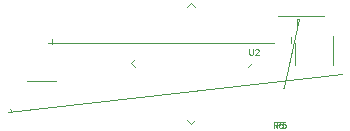
<source format=gto>
From e8ce69ccb5f72c80c06e9a2613a3428d060f9036 Mon Sep 17 00:00:00 2001
From: Jan--Henrik <janhenrik@janhenrik.org>
Date: Fri, 17 May 2019 23:49:41 +0200
Subject: v1.2

---
 gerber/OtterPill-F_SilkS.gto | 134 +++++++++++++++++++++----------------------
 1 file changed, 67 insertions(+), 67 deletions(-)

(limited to 'gerber/OtterPill-F_SilkS.gto')

diff --git a/gerber/OtterPill-F_SilkS.gto b/gerber/OtterPill-F_SilkS.gto
index 70e9ba3..69a052e 100644
--- a/gerber/OtterPill-F_SilkS.gto
+++ b/gerber/OtterPill-F_SilkS.gto
@@ -1,12 +1,12 @@
-G04 #@! TF.GenerationSoftware,KiCad,Pcbnew,5.1.0*
-G04 #@! TF.CreationDate,2019-05-06T17:27:13+02:00*
+G04 #@! TF.GenerationSoftware,KiCad,Pcbnew,5.1.2*
+G04 #@! TF.CreationDate,2019-05-17T23:45:07+02:00*
 G04 #@! TF.ProjectId,OtterPill,4f747465-7250-4696-9c6c-2e6b69636164,rev?*
 G04 #@! TF.SameCoordinates,Original*
 G04 #@! TF.FileFunction,Legend,Top*
 G04 #@! TF.FilePolarity,Positive*
 %FSLAX46Y46*%
 G04 Gerber Fmt 4.6, Leading zero omitted, Abs format (unit mm)*
-G04 Created by KiCad (PCBNEW 5.1.0) date 2019-05-06 17:27:13*
+G04 Created by KiCad (PCBNEW 5.1.2) date 2019-05-17 23:45:07*
 %MOMM*%
 %LPD*%
 G04 APERTURE LIST*
@@ -1557,6 +1557,20 @@ X63200000Y-37100000D01*
 X20300000Y-19800000D02*
 X62900000Y-19800000D01*
 D13*
+X47469435Y-28925825D02*
+X47805311Y-28589949D01*
+X37594689Y-28589949D02*
+X37930565Y-28925825D01*
+X37930565Y-28254073D02*
+X37594689Y-28589949D01*
+X42700000Y-23484638D02*
+X43035876Y-23820514D01*
+X42364124Y-23820514D02*
+X42700000Y-23484638D01*
+X42700000Y-33695260D02*
+X42364124Y-33359384D01*
+X43035876Y-33359384D02*
+X42700000Y-33695260D01*
 X53950000Y-24550000D02*
 X50050000Y-24550000D01*
 X53950000Y-22850000D02*
@@ -1675,20 +1689,6 @@ X54710000Y-28700000D02*
 X54710000Y-26250000D01*
 X51490000Y-26900000D02*
 X51490000Y-28700000D01*
-X47469435Y-28925825D02*
-X47805311Y-28589949D01*
-X37594689Y-28589949D02*
-X37930565Y-28925825D01*
-X37930565Y-28254073D02*
-X37594689Y-28589949D01*
-X42700000Y-23484638D02*
-X43035876Y-23820514D01*
-X42364124Y-23820514D02*
-X42700000Y-23484638D01*
-X42700000Y-33695260D02*
-X42364124Y-33359384D01*
-X43035876Y-33359384D02*
-X42700000Y-33695260D01*
 X28800000Y-30110000D02*
 X31250000Y-30110000D01*
 X30600000Y-26890000D02*
@@ -1730,6 +1730,27 @@ X49690000Y-26858578D01*
 X51110000Y-26341422D02*
 X51110000Y-26858578D01*
 D10*
+X47619047Y-27376190D02*
+X47619047Y-27780952D01*
+X47642857Y-27828571D01*
+X47666666Y-27852380D01*
+X47714285Y-27876190D01*
+X47809523Y-27876190D01*
+X47857142Y-27852380D01*
+X47880952Y-27828571D01*
+X47904761Y-27780952D01*
+X47904761Y-27376190D01*
+X48119047Y-27423809D02*
+X48142857Y-27400000D01*
+X48190476Y-27376190D01*
+X48309523Y-27376190D01*
+X48357142Y-27400000D01*
+X48380952Y-27423809D01*
+X48404761Y-27471428D01*
+X48404761Y-27519047D01*
+X48380952Y-27590476D01*
+X48095238Y-27876190D01*
+X48404761Y-27876190D01*
 X51680952Y-25301190D02*
 X51680952Y-24801190D01*
 X51800000Y-24801190D01*
@@ -2323,35 +2344,35 @@ X50552380Y-30616666D01*
 X50504761Y-30640476D01*
 X50480952Y-30664285D01*
 X50457142Y-30711904D01*
-X50216666Y-34051190D02*
-X50050000Y-33813095D01*
-X49930952Y-34051190D02*
-X49930952Y-33551190D01*
-X50121428Y-33551190D01*
-X50169047Y-33575000D01*
-X50192857Y-33598809D01*
-X50216666Y-33646428D01*
-X50216666Y-33717857D01*
-X50192857Y-33765476D01*
-X50169047Y-33789285D01*
-X50121428Y-33813095D01*
-X49930952Y-33813095D01*
-X50669047Y-33551190D02*
-X50430952Y-33551190D01*
-X50407142Y-33789285D01*
-X50430952Y-33765476D01*
-X50478571Y-33741666D01*
-X50597619Y-33741666D01*
-X50645238Y-33765476D01*
-X50669047Y-33789285D01*
-X50692857Y-33836904D01*
-X50692857Y-33955952D01*
-X50669047Y-34003571D01*
-X50645238Y-34027380D01*
-X50597619Y-34051190D01*
-X50478571Y-34051190D01*
-X50430952Y-34027380D01*
-X50407142Y-34003571D01*
+X49970666Y-34051190D02*
+X49804000Y-33813095D01*
+X49684952Y-34051190D02*
+X49684952Y-33551190D01*
+X49875428Y-33551190D01*
+X49923047Y-33575000D01*
+X49946857Y-33598809D01*
+X49970666Y-33646428D01*
+X49970666Y-33717857D01*
+X49946857Y-33765476D01*
+X49923047Y-33789285D01*
+X49875428Y-33813095D01*
+X49684952Y-33813095D01*
+X50423047Y-33551190D02*
+X50184952Y-33551190D01*
+X50161142Y-33789285D01*
+X50184952Y-33765476D01*
+X50232571Y-33741666D01*
+X50351619Y-33741666D01*
+X50399238Y-33765476D01*
+X50423047Y-33789285D01*
+X50446857Y-33836904D01*
+X50446857Y-33955952D01*
+X50423047Y-34003571D01*
+X50399238Y-34027380D01*
+X50351619Y-34051190D01*
+X50232571Y-34051190D01*
+X50184952Y-34027380D01*
+X50161142Y-34003571D01*
 X27491666Y-32676190D02*
 X27325000Y-32438095D01*
 X27205952Y-32676190D02*
@@ -2480,27 +2501,6 @@ X55459523Y-29526190D01*
 X55316666Y-29526190D01*
 X55269047Y-29502380D01*
 X55245238Y-29478571D01*
-X47619047Y-27376190D02*
-X47619047Y-27780952D01*
-X47642857Y-27828571D01*
-X47666666Y-27852380D01*
-X47714285Y-27876190D01*
-X47809523Y-27876190D01*
-X47857142Y-27852380D01*
-X47880952Y-27828571D01*
-X47904761Y-27780952D01*
-X47904761Y-27376190D01*
-X48119047Y-27423809D02*
-X48142857Y-27400000D01*
-X48190476Y-27376190D01*
-X48309523Y-27376190D01*
-X48357142Y-27400000D01*
-X48380952Y-27423809D01*
-X48404761Y-27471428D01*
-X48404761Y-27519047D01*
-X48380952Y-27590476D01*
-X48095238Y-27876190D01*
-X48404761Y-27876190D01*
 X30869047Y-26501190D02*
 X30869047Y-26905952D01*
 X30892857Y-26953571D01*
-- 
cgit 


</source>
